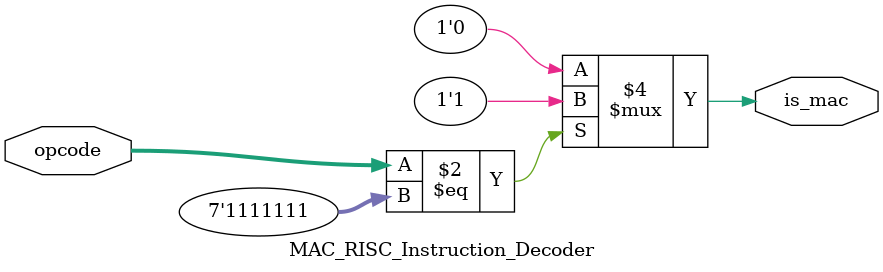
<source format=v>
`timescale 1ns / 1ps
module MAC_RISC_Instruction_Decoder(opcode, is_mac);
    
    input [6:0] opcode;
    output reg is_mac;
    
    always @(*)
        begin
            if (opcode == 7'b1111111)
                is_mac = 1;
            else 
                is_mac = 0;
        end
endmodule

</source>
